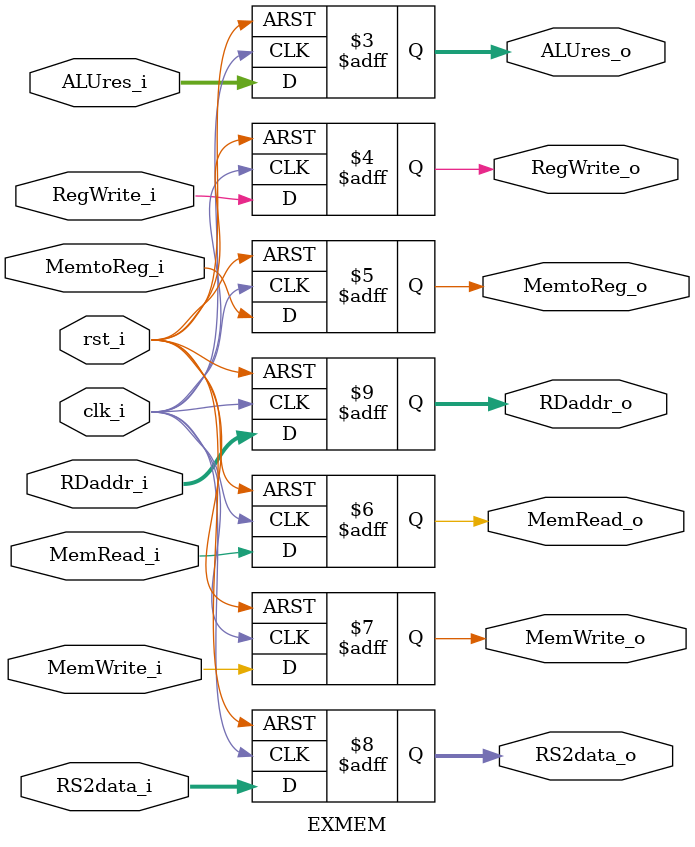
<source format=v>
module EXMEM
(
    clk_i,
    rst_i,

    RegWrite_i,
    MemtoReg_i,
    MemRead_i,
    MemWrite_i,
    ALUres_i,
    RS2data_i,
    RDaddr_i,
    
    ALUres_o,
    RegWrite_o,
    MemtoReg_o,
    MemRead_o,
    MemWrite_o,
    RS2data_o,
    RDaddr_o
);

// Ports
input               clk_i;
input               rst_i;
input   [31:0]      ALUres_i;
input               RegWrite_i;
input               MemtoReg_i;
input               MemRead_i;
input               MemWrite_i;
input   [31:0]      RS2data_i;
input   [4:0]       RDaddr_i;

output  [31:0]      ALUres_o;
output              RegWrite_o;
output              MemtoReg_o;
output              MemRead_o;
output              MemWrite_o;
output  [31:0]      RS2data_o;
output  [4:0]       RDaddr_o;

reg     [31:0]      ALUres_o;
reg                 RegWrite_o;
reg                 MemtoReg_o;
reg                 MemRead_o;
reg                 MemWrite_o;
reg     [31:0]      RS2data_o;
reg     [4:0]       RDaddr_o;

always@(posedge clk_i or negedge rst_i) begin
        if (~rst_i) begin
            ALUres_o <= 32'b0;
            RegWrite_o <= 1'b0;
            MemtoReg_o <= 1'b0;
            MemRead_o <= 1'b0;
            MemWrite_o <= 1'b0;
            RS2data_o <= 32'b0;
            RDaddr_o <= 5'b0;
        end
        else begin
            ALUres_o <= ALUres_i;
            RegWrite_o <= RegWrite_i;
            MemtoReg_o <= MemtoReg_i;
            MemRead_o <= MemRead_i;
            MemWrite_o <= MemWrite_i;
            RS2data_o <= RS2data_i;
            RDaddr_o <= RDaddr_i;
        end
end

endmodule

</source>
